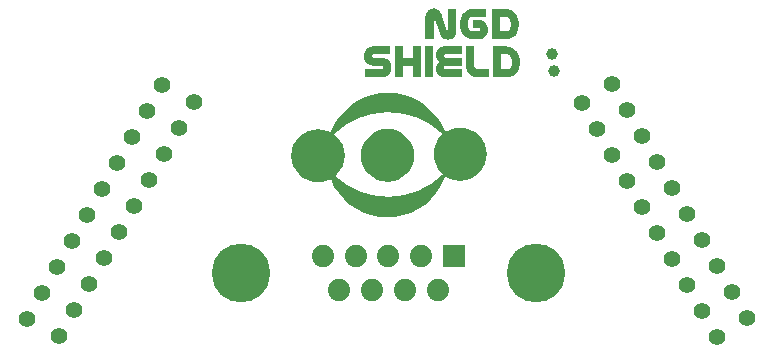
<source format=gts>
%FSLAX44Y44*%
%MOMM*%
G71*
G01*
G75*
G04 Layer_Color=8388736*
%ADD10C,0.2540*%
%ADD11C,0.2000*%
%ADD12C,0.5000*%
%ADD13C,1.2000*%
%ADD14C,4.7600*%
%ADD15R,1.6900X1.6900*%
%ADD16C,1.6900*%
%ADD17C,0.8000*%
%ADD18R,0.8000X0.9000*%
%ADD19R,0.9000X0.8000*%
%ADD20O,0.6000X2.2000*%
%ADD21C,0.4000*%
%ADD22C,0.7000*%
%ADD23C,0.2500*%
%ADD24C,0.1500*%
%ADD25C,1.4032*%
%ADD26C,4.9632*%
%ADD27R,1.8932X1.8932*%
%ADD28C,1.8932*%
%ADD29C,1.0032*%
G36*
X336636Y275325D02*
Y275281D01*
Y275237D01*
Y274973D01*
X336724Y274534D01*
X336812Y274051D01*
X336944Y273479D01*
X337164Y272908D01*
X337471Y272337D01*
X337867Y271854D01*
X337911Y271810D01*
X338086Y271678D01*
X338394Y271458D01*
X338789Y271238D01*
X339273Y271019D01*
X339888Y270799D01*
X340591Y270667D01*
X341426Y270623D01*
X349907D01*
Y263900D01*
X341074D01*
X340811Y263944D01*
X340547D01*
X339844Y263988D01*
X339053Y264076D01*
X338174Y264251D01*
X337295Y264427D01*
X336461Y264691D01*
X336417D01*
X336373Y264735D01*
X336109Y264823D01*
X335670Y265042D01*
X335186Y265262D01*
X334615Y265614D01*
X334000Y266009D01*
X333385Y266449D01*
X332813Y266976D01*
X332769Y267064D01*
X332594Y267240D01*
X332330Y267547D01*
X331978Y267987D01*
X331627Y268514D01*
X331275Y269129D01*
X330924Y269832D01*
X330616Y270579D01*
Y270623D01*
X330572Y270667D01*
Y270799D01*
X330528Y270931D01*
X330397Y271370D01*
X330265Y271985D01*
X330133Y272644D01*
X330045Y273479D01*
X329957Y274358D01*
X329913Y275325D01*
Y289958D01*
X336636D01*
Y275325D01*
D02*
G37*
G36*
X364408Y289914D02*
X364671D01*
X364979Y289870D01*
X365770Y289738D01*
X366649Y289562D01*
X367659Y289254D01*
X368758Y288859D01*
X369856Y288332D01*
X370955Y287629D01*
X371526Y287233D01*
X372054Y286794D01*
X372581Y286266D01*
X373064Y285739D01*
X373548Y285124D01*
X373987Y284465D01*
X374383Y283762D01*
X374734Y282971D01*
X375042Y282136D01*
X375305Y281257D01*
X375525Y280290D01*
X375701Y279236D01*
X375789Y278137D01*
X375833Y276951D01*
Y276863D01*
Y276643D01*
Y276336D01*
X375789Y275852D01*
X375745Y275325D01*
X375657Y274710D01*
X375569Y274007D01*
X375437Y273260D01*
X375305Y272469D01*
X375086Y271634D01*
X374822Y270843D01*
X374558Y270008D01*
X374163Y269217D01*
X373767Y268470D01*
X373284Y267767D01*
X372757Y267108D01*
X372713Y267064D01*
X372625Y266976D01*
X372449Y266800D01*
X372185Y266624D01*
X371878Y266361D01*
X371482Y266097D01*
X371043Y265790D01*
X370516Y265526D01*
X369900Y265218D01*
X369241Y264911D01*
X368494Y264647D01*
X367703Y264383D01*
X366868Y264208D01*
X365902Y264032D01*
X364891Y263944D01*
X363836Y263900D01*
X352895D01*
Y289958D01*
X364188D01*
X364408Y289914D01*
D02*
G37*
G36*
X291815Y263900D02*
X285092D01*
Y273655D01*
X276831D01*
Y263900D01*
X270108D01*
Y289958D01*
X276831D01*
Y280378D01*
X285092D01*
Y289958D01*
X291815D01*
Y263900D01*
D02*
G37*
G36*
X265494Y283235D02*
X251784D01*
X251521Y283190D01*
X251213Y283059D01*
X250905Y282795D01*
X250862Y282707D01*
X250730Y282487D01*
X250554Y282180D01*
X250510Y281784D01*
Y281740D01*
Y281696D01*
X250554Y281433D01*
X250686Y281081D01*
X250905Y280730D01*
X250993Y280686D01*
X251169Y280554D01*
X251521Y280378D01*
X251916Y280334D01*
X258815D01*
X259079Y280290D01*
X259430D01*
X259826Y280246D01*
X260749Y280071D01*
X261759Y279851D01*
X262814Y279455D01*
X263824Y278972D01*
X264308Y278621D01*
X264747Y278269D01*
X264791Y278225D01*
X264835Y278181D01*
X264967Y278049D01*
X265099Y277873D01*
X265275Y277654D01*
X265494Y277434D01*
X265714Y277083D01*
X265934Y276731D01*
X266109Y276336D01*
X266329Y275896D01*
X266549Y275369D01*
X266725Y274841D01*
X266856Y274226D01*
X266988Y273567D01*
X267032Y272864D01*
X267076Y272117D01*
Y272073D01*
Y271941D01*
Y271722D01*
X267032Y271458D01*
X266988Y271106D01*
X266944Y270711D01*
X266812Y269832D01*
X266505Y268822D01*
X266109Y267811D01*
X265846Y267283D01*
X265538Y266844D01*
X265187Y266361D01*
X264791Y265965D01*
X264747D01*
X264703Y265877D01*
X264571Y265790D01*
X264352Y265658D01*
X264132Y265482D01*
X263868Y265306D01*
X263517Y265130D01*
X263121Y264955D01*
X262682Y264735D01*
X262199Y264559D01*
X261671Y264383D01*
X261100Y264208D01*
X260485Y264076D01*
X259826Y263988D01*
X259079Y263944D01*
X258332Y263900D01*
X244973D01*
Y270623D01*
X259210D01*
X259430Y270667D01*
X259694Y270799D01*
X259958Y271019D01*
X260002Y271106D01*
X260133Y271326D01*
X260265Y271678D01*
X260309Y272117D01*
Y272161D01*
Y272205D01*
Y272249D01*
X260265Y272513D01*
X260177Y272864D01*
X259958Y273172D01*
X259914Y273260D01*
X259738Y273391D01*
X259474Y273523D01*
X259123Y273611D01*
X252092D01*
X251653Y273655D01*
X251081Y273699D01*
X250422Y273787D01*
X249763Y273919D01*
X249060Y274095D01*
X248401Y274358D01*
X248313Y274402D01*
X248137Y274490D01*
X247830Y274666D01*
X247478Y274886D01*
X247039Y275149D01*
X246599Y275457D01*
X246160Y275852D01*
X245720Y276248D01*
X245676Y276292D01*
X245545Y276467D01*
X245369Y276687D01*
X245149Y276995D01*
X244929Y277390D01*
X244666Y277830D01*
X244446Y278313D01*
X244226Y278840D01*
Y278928D01*
X244138Y279104D01*
X244095Y279412D01*
X244007Y279763D01*
X243919Y280246D01*
X243875Y280730D01*
X243787Y281828D01*
Y281916D01*
Y282092D01*
X243831Y282400D01*
Y282839D01*
X243919Y283278D01*
X244007Y283806D01*
X244095Y284377D01*
X244270Y284904D01*
X244314Y284992D01*
X244358Y285168D01*
X244490Y285432D01*
X244666Y285783D01*
X244841Y286179D01*
X245105Y286618D01*
X245457Y287057D01*
X245808Y287497D01*
X245852Y287541D01*
X245984Y287673D01*
X246248Y287892D01*
X246555Y288156D01*
X246951Y288420D01*
X247390Y288727D01*
X247917Y289035D01*
X248533Y289298D01*
X248620Y289342D01*
X248840Y289386D01*
X249192Y289518D01*
X249675Y289650D01*
X250246Y289738D01*
X250905Y289870D01*
X251653Y289914D01*
X252487Y289958D01*
X265494D01*
Y283235D01*
D02*
G37*
G36*
X301878Y263900D02*
X295155D01*
Y289958D01*
X301878D01*
Y263900D01*
D02*
G37*
G36*
X326530Y283235D02*
X312820D01*
X312556Y283190D01*
X312248Y283059D01*
X311941Y282795D01*
X311897Y282707D01*
X311765Y282487D01*
X311589Y282180D01*
X311546Y281784D01*
Y281740D01*
Y281696D01*
X311589Y281433D01*
X311677Y281081D01*
X311897Y280730D01*
X311985Y280686D01*
X312161Y280554D01*
X312512Y280378D01*
X312952Y280334D01*
X326530D01*
Y273611D01*
X312820D01*
X312556Y273567D01*
X312248Y273435D01*
X311941Y273172D01*
X311897Y273084D01*
X311765Y272908D01*
X311589Y272557D01*
X311546Y272117D01*
Y272073D01*
Y272029D01*
X311589Y271722D01*
X311721Y271370D01*
X311941Y271019D01*
X312029Y270975D01*
X312205Y270843D01*
X312556Y270667D01*
X312952Y270623D01*
X326530D01*
Y263900D01*
X311677D01*
X311370Y263944D01*
X310930Y263988D01*
X310447Y264032D01*
X309920Y264164D01*
X309392Y264296D01*
X308865Y264471D01*
X308821Y264515D01*
X308645Y264603D01*
X308382Y264735D01*
X308074Y264911D01*
X307722Y265130D01*
X307327Y265438D01*
X306975Y265746D01*
X306624Y266097D01*
X306580Y266141D01*
X306492Y266273D01*
X306316Y266493D01*
X306141Y266756D01*
X305921Y267108D01*
X305701Y267547D01*
X305481Y267987D01*
X305262Y268470D01*
Y268514D01*
X305174Y268734D01*
X305130Y268997D01*
X305042Y269349D01*
X304954Y269788D01*
X304866Y270272D01*
X304822Y270799D01*
X304778Y271370D01*
Y271414D01*
Y271502D01*
Y271634D01*
X304822Y271810D01*
X304866Y272293D01*
X304954Y272820D01*
Y272864D01*
X304998Y272952D01*
X305042Y273128D01*
X305086Y273304D01*
X305262Y273787D01*
X305481Y274358D01*
Y274402D01*
X305569Y274490D01*
X305657Y274666D01*
X305745Y274841D01*
X306053Y275325D01*
X306448Y275852D01*
X306492Y275896D01*
X306536Y275984D01*
X306668Y276116D01*
X306844Y276248D01*
X307239Y276643D01*
X307766Y277039D01*
X307679Y277083D01*
X307503Y277214D01*
X307195Y277434D01*
X306844Y277742D01*
X306448Y278137D01*
X306097Y278577D01*
X305745Y279104D01*
X305438Y279675D01*
X305394Y279763D01*
X305350Y279939D01*
X305262Y280290D01*
X305130Y280730D01*
X304998Y281257D01*
X304910Y281828D01*
X304866Y282487D01*
X304822Y283147D01*
Y283190D01*
Y283366D01*
X304866Y283630D01*
Y283981D01*
X304954Y284377D01*
X305042Y284816D01*
X305130Y285256D01*
X305306Y285739D01*
X305350Y285783D01*
X305394Y285959D01*
X305525Y286179D01*
X305701Y286486D01*
X306141Y287189D01*
X306756Y287892D01*
X306800Y287936D01*
X306931Y288068D01*
X307107Y288200D01*
X307371Y288420D01*
X307722Y288683D01*
X308074Y288903D01*
X308514Y289167D01*
X308997Y289386D01*
X309041Y289430D01*
X309216Y289474D01*
X309524Y289562D01*
X309876Y289694D01*
X310315Y289782D01*
X310798Y289870D01*
X311370Y289914D01*
X311985Y289958D01*
X326530D01*
Y283235D01*
D02*
G37*
G36*
X303565Y322089D02*
X304004Y322046D01*
X304531Y321914D01*
X305191Y321738D01*
X305893Y321430D01*
X306641Y321035D01*
X307344Y320463D01*
X307388D01*
X307432Y320376D01*
X307651Y320156D01*
X308003Y319760D01*
X308398Y319277D01*
X308882Y318618D01*
X309365Y317827D01*
X309804Y316904D01*
X310200Y315850D01*
X314462Y302711D01*
Y302667D01*
X314550Y302579D01*
X314638Y302447D01*
X314770Y302403D01*
X314814D01*
X314902Y302447D01*
X314989Y302579D01*
X315033Y302843D01*
Y321914D01*
X322020D01*
Y302711D01*
Y302623D01*
Y302447D01*
X321976Y302140D01*
X321932Y301744D01*
X321888Y301305D01*
X321801Y300821D01*
X321625Y300294D01*
X321449Y299811D01*
X321405Y299767D01*
X321361Y299591D01*
X321229Y299327D01*
X321054Y299020D01*
X320834Y298668D01*
X320526Y298317D01*
X320219Y297921D01*
X319867Y297570D01*
X319823Y297526D01*
X319691Y297438D01*
X319472Y297262D01*
X319208Y297043D01*
X318856Y296823D01*
X318461Y296603D01*
X318022Y296383D01*
X317538Y296164D01*
X317494D01*
X317318Y296076D01*
X317055Y296032D01*
X316703Y295944D01*
X316264Y295856D01*
X315781Y295768D01*
X315209Y295724D01*
X314638Y295680D01*
X314418D01*
X314242Y295724D01*
X313803Y295768D01*
X313276Y295856D01*
X312617Y296032D01*
X311957Y296252D01*
X311255Y296603D01*
X310551Y297043D01*
X310464Y297086D01*
X310244Y297306D01*
X309936Y297614D01*
X309541Y298053D01*
X309101Y298580D01*
X308662Y299284D01*
X308266Y300075D01*
X307915Y300953D01*
X303345Y315059D01*
Y315103D01*
X303301Y315234D01*
X303213Y315322D01*
X303037Y315366D01*
X302993D01*
X302949Y315322D01*
X302861Y315234D01*
X302818Y315015D01*
Y295900D01*
X295831D01*
Y315059D01*
Y315147D01*
Y315322D01*
X295875Y315630D01*
X295919Y316025D01*
X295963Y316465D01*
X296050Y316948D01*
X296182Y317475D01*
X296358Y317959D01*
X296402Y318003D01*
X296446Y318179D01*
X296578Y318442D01*
X296754Y318750D01*
X296973Y319101D01*
X297237Y319453D01*
X297896Y320200D01*
X297940Y320244D01*
X298072Y320332D01*
X298292Y320508D01*
X298555Y320727D01*
X298907Y320947D01*
X299346Y321167D01*
X299786Y321386D01*
X300269Y321606D01*
X300313Y321650D01*
X300489Y321694D01*
X300796Y321782D01*
X301148Y321870D01*
X301587Y321958D01*
X302071Y322046D01*
X302598Y322133D01*
X303389D01*
X303565Y322089D01*
D02*
G37*
G36*
X363370Y321914D02*
X363633D01*
X363941Y321870D01*
X364732Y321738D01*
X365611Y321562D01*
X366621Y321255D01*
X367720Y320859D01*
X368819Y320332D01*
X369917Y319629D01*
X370488Y319233D01*
X371016Y318794D01*
X371543Y318266D01*
X372026Y317739D01*
X372510Y317124D01*
X372949Y316465D01*
X373344Y315762D01*
X373696Y314971D01*
X374004Y314136D01*
X374267Y313257D01*
X374487Y312290D01*
X374663Y311236D01*
X374751Y310137D01*
X374795Y308951D01*
Y308863D01*
Y308643D01*
Y308336D01*
X374751Y307852D01*
X374707Y307325D01*
X374619Y306710D01*
X374531Y306007D01*
X374399Y305260D01*
X374267Y304469D01*
X374048Y303634D01*
X373784Y302843D01*
X373520Y302008D01*
X373125Y301217D01*
X372729Y300470D01*
X372246Y299767D01*
X371719Y299108D01*
X371675Y299064D01*
X371587Y298976D01*
X371411Y298800D01*
X371147Y298624D01*
X370840Y298361D01*
X370444Y298097D01*
X370005Y297789D01*
X369478Y297526D01*
X368862Y297218D01*
X368203Y296911D01*
X367456Y296647D01*
X366665Y296383D01*
X365830Y296208D01*
X364864Y296032D01*
X363853Y295944D01*
X362798Y295900D01*
X351857D01*
Y321958D01*
X363150D01*
X363370Y321914D01*
D02*
G37*
G36*
X268132Y219731D02*
X272354Y218450D01*
X276246Y216370D01*
X279657Y213571D01*
X282456Y210160D01*
X284536Y206269D01*
X285817Y202046D01*
X286249Y197655D01*
X285817Y193264D01*
X284536Y189042D01*
X282456Y185150D01*
X279657Y181739D01*
X276246Y178940D01*
X272354Y176860D01*
X268132Y175579D01*
X263741Y175147D01*
X259350Y175579D01*
X255127Y176860D01*
X251236Y178940D01*
X247825Y181739D01*
X245026Y185150D01*
X242946Y189042D01*
X241665Y193264D01*
X241232Y197655D01*
X241665Y202046D01*
X242946Y206269D01*
X245026Y210160D01*
X247825Y213571D01*
X251236Y216370D01*
X255127Y218450D01*
X259350Y219731D01*
X263741Y220163D01*
X268132Y219731D01*
D02*
G37*
G36*
X346847Y315234D02*
X335862D01*
X335598Y315191D01*
X335247Y315147D01*
X334763Y315059D01*
X334236Y314839D01*
X333709Y314575D01*
X333226Y314224D01*
X332786Y313696D01*
X332742Y313609D01*
X332610Y313433D01*
X332435Y313037D01*
X332259Y312510D01*
X332083Y311851D01*
X331907Y311016D01*
X331775Y310005D01*
X331731Y309434D01*
Y308819D01*
Y308731D01*
Y308555D01*
X331775Y308248D01*
X331819Y307852D01*
X331863Y307369D01*
X331951Y306842D01*
X332083Y306314D01*
X332259Y305743D01*
X332478Y305128D01*
X332742Y304601D01*
X333094Y304073D01*
X333489Y303590D01*
X333973Y303194D01*
X334544Y302887D01*
X335159Y302711D01*
X335906Y302623D01*
X340959D01*
X341179Y302667D01*
X341443Y302799D01*
X341706Y303062D01*
Y303106D01*
X341750Y303150D01*
X341926Y303370D01*
X342058Y303722D01*
X342102Y304117D01*
Y304161D01*
Y304205D01*
X342058Y304469D01*
X341926Y304820D01*
X341706Y305216D01*
Y305260D01*
X341662Y305304D01*
X341487Y305479D01*
X341223Y305655D01*
X341047Y305743D01*
X335818D01*
Y312466D01*
X341311D01*
X341618Y312422D01*
X342058Y312378D01*
X342497Y312290D01*
X343024Y312159D01*
X343552Y311983D01*
X344079Y311763D01*
X344123Y311719D01*
X344343Y311631D01*
X344606Y311499D01*
X344914Y311280D01*
X345309Y311016D01*
X345749Y310708D01*
X346144Y310313D01*
X346540Y309918D01*
X346584Y309874D01*
X346716Y309698D01*
X346891Y309478D01*
X347155Y309170D01*
X347419Y308775D01*
X347682Y308336D01*
X347946Y307808D01*
X348210Y307281D01*
X348254Y307237D01*
X348298Y307017D01*
X348386Y306754D01*
X348517Y306358D01*
X348649Y305919D01*
X348737Y305435D01*
X348781Y304908D01*
X348825Y304337D01*
Y304249D01*
Y304029D01*
X348781Y303678D01*
X348737Y303238D01*
X348649Y302711D01*
X348561Y302140D01*
X348386Y301525D01*
X348166Y300953D01*
X348122Y300909D01*
X348034Y300690D01*
X347902Y300426D01*
X347726Y300075D01*
X347463Y299635D01*
X347199Y299196D01*
X346847Y298756D01*
X346452Y298317D01*
X346408Y298273D01*
X346276Y298141D01*
X346013Y297921D01*
X345749Y297702D01*
X345354Y297394D01*
X344914Y297130D01*
X344475Y296823D01*
X343947Y296559D01*
X343903Y296515D01*
X343728Y296471D01*
X343420Y296383D01*
X343069Y296252D01*
X342629Y296120D01*
X342146Y296032D01*
X341575Y295944D01*
X341003Y295900D01*
X336653D01*
X336433Y295944D01*
X336170D01*
X335862Y295988D01*
X335115Y296120D01*
X334192Y296295D01*
X333181Y296603D01*
X332083Y296999D01*
X330984Y297526D01*
X329886Y298229D01*
X329315Y298624D01*
X328787Y299064D01*
X328260Y299547D01*
X327777Y300118D01*
X327293Y300734D01*
X326898Y301349D01*
X326458Y302096D01*
X326107Y302843D01*
X325799Y303678D01*
X325536Y304601D01*
X325316Y305567D01*
X325140Y306578D01*
X325052Y307676D01*
X325008Y308863D01*
Y308995D01*
Y309039D01*
Y309126D01*
Y309302D01*
X325052Y309566D01*
Y309830D01*
X325096Y310181D01*
X325140Y310577D01*
X325228Y311016D01*
X325404Y311983D01*
X325667Y313081D01*
X326063Y314268D01*
X326546Y315498D01*
X327205Y316684D01*
X327996Y317871D01*
X328480Y318398D01*
X328963Y318969D01*
X329534Y319453D01*
X330106Y319936D01*
X330765Y320376D01*
X331512Y320771D01*
X332259Y321123D01*
X333094Y321386D01*
X333973Y321650D01*
X334895Y321826D01*
X335906Y321914D01*
X337005Y321958D01*
X346847D01*
Y315234D01*
D02*
G37*
G36*
X270906Y250241D02*
X277555Y248918D01*
X283975Y246739D01*
X290055Y243741D01*
X295692Y239974D01*
X300790Y235504D01*
X305260Y230407D01*
X309026Y224770D01*
X312025Y218689D01*
X312171Y218259D01*
X312094Y218228D01*
X312291Y217750D01*
X311887Y216775D01*
X311621Y216665D01*
X311615Y216674D01*
X311617Y216679D01*
X311609Y216684D01*
X311615Y216674D01*
X311474Y216335D01*
X310499Y215931D01*
X309569Y216316D01*
X309629Y216380D01*
X309641Y216393D01*
X305711Y219906D01*
X299657Y224201D01*
X293160Y227792D01*
X286303Y230632D01*
X279170Y232687D01*
X271852Y233931D01*
X264441Y234347D01*
X257030Y233931D01*
X249712Y232687D01*
X242579Y230632D01*
X235721Y227792D01*
X229224Y224201D01*
X223171Y219906D01*
X218203Y215466D01*
X220756Y213371D01*
X223556Y209960D01*
X225636Y206069D01*
X226917Y201846D01*
X227349Y197455D01*
X226917Y193064D01*
X225636Y188841D01*
X223556Y184950D01*
X220756Y181539D01*
X219207Y180268D01*
X222971Y176904D01*
X229025Y172609D01*
X235521Y169018D01*
X242379Y166178D01*
X249512Y164123D01*
X256830Y162879D01*
X264241Y162463D01*
X271652Y162879D01*
X278970Y164123D01*
X286103Y166178D01*
X292960Y169018D01*
X299457Y172609D01*
X305511Y176904D01*
X310742Y181579D01*
X309384Y182694D01*
X306585Y186105D01*
X304505Y189996D01*
X303224Y194219D01*
X302792Y198610D01*
X303224Y203001D01*
X304505Y207224D01*
X306585Y211115D01*
X309384Y214526D01*
X312795Y217325D01*
X316686Y219405D01*
X320909Y220686D01*
X325300Y221118D01*
X329691Y220686D01*
X333914Y219405D01*
X337805Y217325D01*
X341216Y214526D01*
X344015Y211115D01*
X346095Y207224D01*
X347376Y203001D01*
X347808Y198610D01*
X347376Y194219D01*
X346095Y189996D01*
X344015Y186105D01*
X341216Y182694D01*
X337805Y179895D01*
X333914Y177815D01*
X329691Y176534D01*
X325300Y176102D01*
X320909Y176534D01*
X316686Y177815D01*
X312795Y179895D01*
X312735Y179944D01*
X312203Y179468D01*
X312166Y179506D01*
X311425Y177321D01*
X308426Y171240D01*
X304660Y165603D01*
X300189Y160506D01*
X295092Y156036D01*
X289455Y152269D01*
X283375Y149271D01*
X276955Y147092D01*
X270306Y145769D01*
X263541Y145326D01*
X256776Y145769D01*
X250126Y147092D01*
X243706Y149271D01*
X237626Y152269D01*
X231989Y156036D01*
X226892Y160506D01*
X222422Y165603D01*
X218655Y171240D01*
X215657Y177321D01*
X215511Y177751D01*
X215588Y177782D01*
X215582Y177797D01*
X213454Y176660D01*
X209232Y175379D01*
X204841Y174947D01*
X200450Y175379D01*
X196227Y176660D01*
X192336Y178740D01*
X188925Y181539D01*
X186126Y184950D01*
X184046Y188841D01*
X182765Y193064D01*
X182332Y197455D01*
X182765Y201846D01*
X184046Y206069D01*
X186126Y209960D01*
X188925Y213371D01*
X192336Y216170D01*
X196227Y218250D01*
X200450Y219531D01*
X204841Y219963D01*
X209232Y219531D01*
X213454Y218250D01*
X215700Y217050D01*
X216257Y218689D01*
X219255Y224770D01*
X223022Y230407D01*
X227492Y235504D01*
X232589Y239974D01*
X238226Y243741D01*
X244307Y246739D01*
X250726Y248918D01*
X257376Y250241D01*
X264141Y250684D01*
X270906Y250241D01*
D02*
G37*
%LPC*%
G36*
X312158Y179515D02*
X312166Y179506D01*
X312168Y179511D01*
X312158Y179515D01*
D02*
G37*
G36*
X364891Y283235D02*
X359618D01*
Y270623D01*
X364979D01*
X365243Y270667D01*
X365594Y270711D01*
X366077Y270799D01*
X366605Y270975D01*
X367132Y271238D01*
X367615Y271634D01*
X368055Y272117D01*
X368099Y272205D01*
X368231Y272425D01*
X368406Y272776D01*
X368582Y273304D01*
X368758Y273963D01*
X368934Y274798D01*
X369066Y275808D01*
X369109Y276380D01*
Y276995D01*
Y277083D01*
Y277258D01*
X369066Y277566D01*
Y277961D01*
X368978Y278445D01*
X368890Y278972D01*
X368758Y279543D01*
X368582Y280115D01*
X368363Y280686D01*
X368099Y281257D01*
X367747Y281784D01*
X367352Y282268D01*
X366868Y282663D01*
X366297Y282971D01*
X365638Y283147D01*
X364891Y283235D01*
D02*
G37*
G36*
X363853Y315234D02*
X358580D01*
Y302623D01*
X363941D01*
X364205Y302667D01*
X364556Y302711D01*
X365039Y302799D01*
X365567Y302975D01*
X366094Y303238D01*
X366577Y303634D01*
X367017Y304117D01*
X367061Y304205D01*
X367193Y304425D01*
X367368Y304776D01*
X367544Y305304D01*
X367720Y305963D01*
X367896Y306798D01*
X368027Y307808D01*
X368072Y308379D01*
Y308995D01*
Y309083D01*
Y309258D01*
X368027Y309566D01*
Y309961D01*
X367940Y310445D01*
X367852Y310972D01*
X367720Y311543D01*
X367544Y312115D01*
X367324Y312686D01*
X367061Y313257D01*
X366709Y313784D01*
X366314Y314268D01*
X365830Y314663D01*
X365259Y314971D01*
X364600Y315147D01*
X363853Y315234D01*
D02*
G37*
%LPD*%
D10*
X310500Y217309D02*
G03*
X216822Y215800I-46059J-49154D01*
G01*
X310913Y217750D02*
G03*
X216679Y215944I-46772J-18895D01*
G01*
X216769Y178260D02*
G03*
X311002Y180066I46772J18895D01*
G01*
X218182Y179501D02*
G03*
X311859Y181010I46059J49154D01*
G01*
D25*
X-41730Y58994D02*
D03*
X-29030Y80991D02*
D03*
X-16330Y102988D02*
D03*
X-3631Y124986D02*
D03*
X9069Y146982D02*
D03*
X21769Y168980D02*
D03*
X34469Y190977D02*
D03*
X47169Y212974D02*
D03*
X59869Y234971D02*
D03*
X72569Y256968D02*
D03*
X99857Y242830D02*
D03*
X87156Y220833D02*
D03*
X74457Y198836D02*
D03*
X61757Y176839D02*
D03*
X49057Y154842D02*
D03*
X36356Y132845D02*
D03*
X23656Y110848D02*
D03*
X10956Y88851D02*
D03*
X-1743Y66854D02*
D03*
X-14444Y44857D02*
D03*
X542605Y43644D02*
D03*
X529905Y65641D02*
D03*
X517205Y87638D02*
D03*
X504505Y109635D02*
D03*
X491805Y131632D02*
D03*
X479105Y153630D02*
D03*
X466405Y175627D02*
D03*
X453705Y197624D02*
D03*
X441005Y219621D02*
D03*
X428305Y241618D02*
D03*
X454142Y258267D02*
D03*
X466842Y236270D02*
D03*
X479542Y214273D02*
D03*
X492242Y192276D02*
D03*
X504942Y170279D02*
D03*
X517642Y148282D02*
D03*
X530342Y126285D02*
D03*
X543042Y104288D02*
D03*
X555742Y82290D02*
D03*
X568442Y60293D02*
D03*
D26*
X139581Y98000D02*
D03*
X389481D02*
D03*
D27*
X319931Y112200D02*
D03*
D28*
X306081Y83800D02*
D03*
X292231Y112200D02*
D03*
X278381Y83800D02*
D03*
X264531Y112200D02*
D03*
X250681Y83800D02*
D03*
X236831Y112200D02*
D03*
X222981Y83800D02*
D03*
X209131Y112200D02*
D03*
D29*
X403100Y283900D02*
D03*
X405100Y269100D02*
D03*
M02*

</source>
